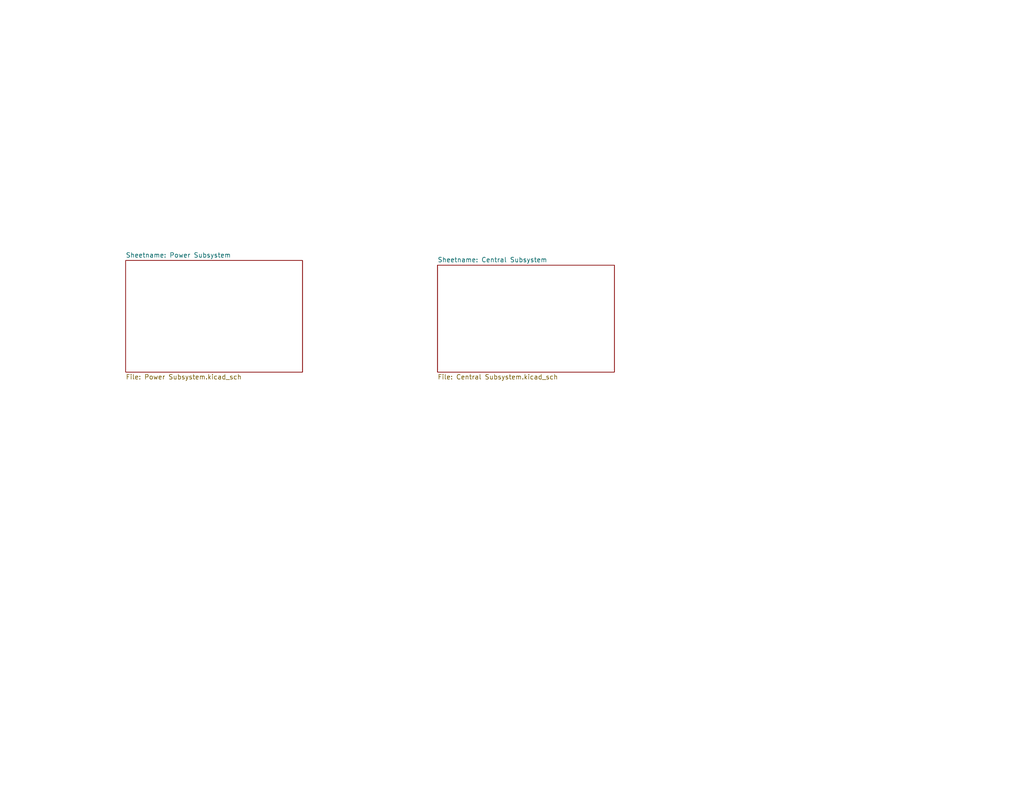
<source format=kicad_sch>
(kicad_sch (version 20230121) (generator eeschema)
  (paper "USLetter")
  (title_block (title "Combined Wireless Sensor Boards Master Sheet") (date "2023-09-20") (rev "A.1") (company "NSE Labs"))
  (lib_symbols)
  (sheet (at 119.38 72.39) (size 48.26 29.21) (stroke (width 0.1524))
    (property "Sheetname" "Central Subsystem" (at 119.38 71.6784 0) (show_name) (effects (justify left bottom)))
    (property "Sheetfile" "Central Subsystem.kicad_sch" (at 119.38 102.1846 0) (effects (justify left top)))
  )
  (sheet (at 34.29 71.12) (size 48.26 30.48) (stroke (width 0.1524))
    (property "Sheetname" "Power Subsystem" (at 34.29 70.4084 0) (show_name) (effects (justify left bottom)))
    (property "Sheetfile" "Power Subsystem.kicad_sch" (at 34.29 102.1846 0) (effects (justify left top)))
  )
)
</source>
